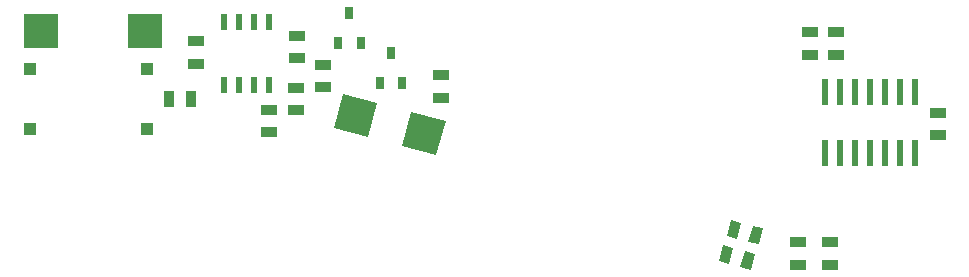
<source format=gbr>
%FSLAX46Y46*%
G04 Gerber Fmt 4.6, Leading zero omitted, Abs format (unit mm)*
G04 Created by KiCad (PCBNEW (2014-jul-16 BZR unknown)-product) date Thu 04 Sep 2014 10:50:04 PM CEST*
%MOMM*%
G01*
G04 APERTURE LIST*
%ADD10C,0.150000*%
%ADD11R,3.000000X3.000000*%
%ADD12R,1.000760X1.000760*%
%ADD13R,0.701040X1.000760*%
%ADD14R,0.599440X1.399540*%
%ADD15R,1.397000X0.889000*%
%ADD16R,0.889000X1.397000*%
%ADD17R,0.599440X2.199640*%
G04 APERTURE END LIST*
D10*
D11*
X102590000Y-102580000D03*
X111390000Y-102580000D03*
D12*
X101669540Y-105749840D03*
X101669540Y-110850160D03*
X111570000Y-110850000D03*
X111570000Y-105750000D03*
D10*
G36*
X136864894Y-110205797D02*
X136088437Y-113103574D01*
X133190660Y-112327117D01*
X133967117Y-109429340D01*
X136864894Y-110205797D01*
X136864894Y-110205797D01*
G37*
G36*
X131069340Y-108652883D02*
X130292883Y-111550660D01*
X127395106Y-110774203D01*
X128171563Y-107876426D01*
X131069340Y-108652883D01*
X131069340Y-108652883D01*
G37*
D13*
X132250000Y-104420000D03*
X131297500Y-106960000D03*
X133202500Y-106960000D03*
X128710000Y-101020000D03*
X127757500Y-103560000D03*
X129662500Y-103560000D03*
D14*
X118085000Y-107167000D03*
X118085000Y-101833000D03*
X119355000Y-107167000D03*
X120625000Y-107167000D03*
X121895000Y-107167000D03*
X119355000Y-101833000D03*
X120625000Y-101833000D03*
X121895000Y-101833000D03*
D15*
X126520000Y-107352500D03*
X126520000Y-105447500D03*
X124230000Y-107357500D03*
X124230000Y-109262500D03*
X136470000Y-108202500D03*
X136470000Y-106297500D03*
D10*
G36*
X163040183Y-121416871D02*
X162678613Y-122766269D01*
X161819905Y-122536179D01*
X162181475Y-121186781D01*
X163040183Y-121416871D01*
X163040183Y-121416871D01*
G37*
G36*
X161200095Y-120923821D02*
X160838525Y-122273219D01*
X159979817Y-122043129D01*
X160341387Y-120693731D01*
X161200095Y-120923821D01*
X161200095Y-120923821D01*
G37*
G36*
X163720183Y-119286871D02*
X163358613Y-120636269D01*
X162499905Y-120406179D01*
X162861475Y-119056781D01*
X163720183Y-119286871D01*
X163720183Y-119286871D01*
G37*
G36*
X161880095Y-118793821D02*
X161518525Y-120143219D01*
X160659817Y-119913129D01*
X161021387Y-118563731D01*
X161880095Y-118793821D01*
X161880095Y-118793821D01*
G37*
D15*
X167750000Y-104572500D03*
X167750000Y-102667500D03*
X169890000Y-102687500D03*
X169890000Y-104592500D03*
X115690000Y-103447500D03*
X115690000Y-105352500D03*
D16*
X113437500Y-108300000D03*
X115342500Y-108300000D03*
D15*
X178570000Y-111402500D03*
X178570000Y-109497500D03*
X166690000Y-122352500D03*
X166690000Y-120447500D03*
X169410000Y-120467500D03*
X169410000Y-122372500D03*
X124310000Y-102957500D03*
X124310000Y-104862500D03*
X121870000Y-111162500D03*
X121870000Y-109257500D03*
D17*
X176615000Y-112938420D03*
X175345000Y-112938420D03*
X174075000Y-112938420D03*
X172805000Y-112938420D03*
X171535000Y-112938420D03*
X170265000Y-112938420D03*
X168995000Y-112938420D03*
X168995000Y-107741580D03*
X170265000Y-107741580D03*
X171535000Y-107741580D03*
X172805000Y-107741580D03*
X174075000Y-107741580D03*
X175345000Y-107741580D03*
X176615000Y-107741580D03*
M02*

</source>
